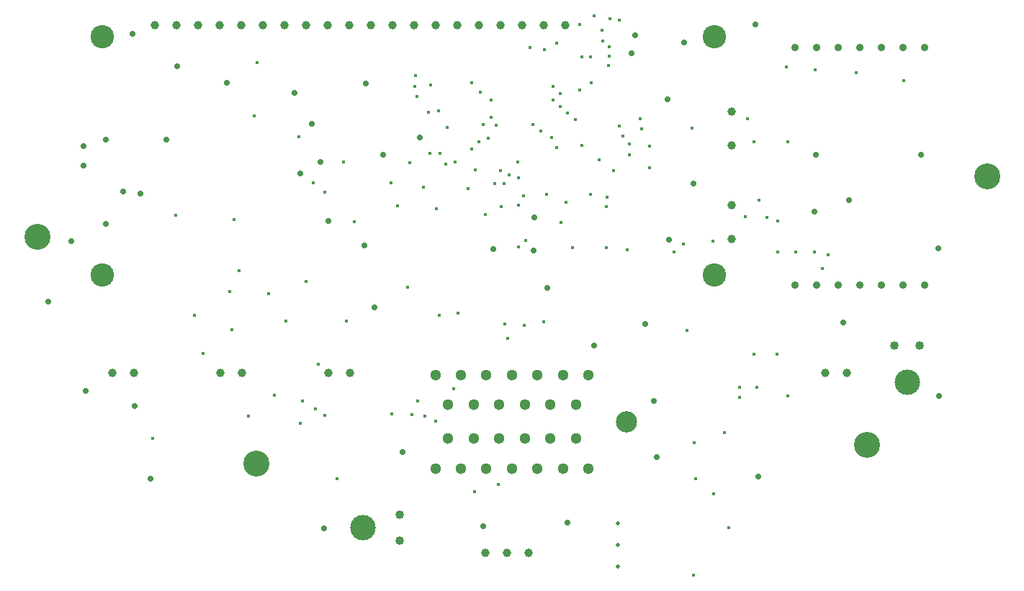
<source format=gbr>
%TF.GenerationSoftware,Altium Limited,Altium Designer,18.1.9 (240)*%
G04 Layer_Color=0*
%FSLAX26Y26*%
%MOIN*%
%TF.FileFunction,Plated,1,2,PTH,Drill*%
%TF.Part,Single*%
G01*
G75*
%TA.AperFunction,ComponentDrill*%
%ADD98C,0.039370*%
%ADD99C,0.051181*%
%ADD100C,0.098425*%
%ADD101C,0.108268*%
%ADD102C,0.038583*%
%TA.AperFunction,OtherDrill,Pad Free-MH (4543.307mil,1507.874mil)*%
%ADD103C,0.120000*%
%TA.AperFunction,ComponentDrill*%
%ADD104C,0.040157*%
%ADD105C,0.118110*%
%ADD106C,0.040157*%
%ADD107C,0.118110*%
%ADD108C,0.035433*%
%TA.AperFunction,OtherDrill,Pad Free-MH (1161.614mil,178.15mil)*%
%ADD109C,0.120000*%
%TA.AperFunction,OtherDrill,Pad Free-MH (147.441mil,1228.74mil)*%
%ADD110C,0.120000*%
%TA.AperFunction,OtherDrill,Pad Free-MH (3987.008mil,266.142mil)*%
%ADD111C,0.120000*%
%TA.AperFunction,ComponentDrill*%
%ADD112C,0.020079*%
%TA.AperFunction,ViaDrill,NotFilled*%
%ADD113C,0.028000*%
%ADD114C,0.015000*%
D98*
X692284Y2209646D02*
D03*
X792284D02*
D03*
X892284D02*
D03*
X992284D02*
D03*
X1092284D02*
D03*
X1192284D02*
D03*
X1292284D02*
D03*
X1392284D02*
D03*
X1492284D02*
D03*
X1592284D02*
D03*
X1692284D02*
D03*
X1792284D02*
D03*
X1892284D02*
D03*
X1992284D02*
D03*
X2092284D02*
D03*
X2192284D02*
D03*
X2292284D02*
D03*
X2392284D02*
D03*
X2492284D02*
D03*
X2592284D02*
D03*
X3361575Y1808071D02*
D03*
Y1217520D02*
D03*
Y1375000D02*
D03*
Y1650591D02*
D03*
X2222835Y-236220D02*
D03*
X2322835D02*
D03*
X2422835D02*
D03*
D99*
X1989921Y156890D02*
D03*
X2108032D02*
D03*
X2226142D02*
D03*
X2344252D02*
D03*
X2462362D02*
D03*
X2580472D02*
D03*
X2698583D02*
D03*
X2048976Y294685D02*
D03*
X2167087D02*
D03*
X2285197D02*
D03*
X2403307D02*
D03*
X2521417D02*
D03*
X2639528D02*
D03*
X2048976Y452165D02*
D03*
X2167087D02*
D03*
X2285197D02*
D03*
X2403307D02*
D03*
X2521417D02*
D03*
X2639528D02*
D03*
X1989921Y589961D02*
D03*
X2108032D02*
D03*
X2226142D02*
D03*
X2344252D02*
D03*
X2462362D02*
D03*
X2580472D02*
D03*
X2698583D02*
D03*
D100*
X2875748Y373425D02*
D03*
D101*
X448189Y2154528D02*
D03*
X3282835D02*
D03*
Y1052165D02*
D03*
X448189D02*
D03*
D102*
X3795984Y597362D02*
D03*
X3895984D02*
D03*
X1595984D02*
D03*
X1495984D02*
D03*
X1095984D02*
D03*
X995984D02*
D03*
X595984D02*
D03*
X495984D02*
D03*
D103*
X4543307Y1507874D02*
D03*
D104*
X4232283Y725197D02*
D03*
X4114173D02*
D03*
D105*
X4173228Y555118D02*
D03*
D106*
X1823622Y-177165D02*
D03*
Y-59055D02*
D03*
D107*
X1653543Y-118110D02*
D03*
D108*
X3654449Y1005512D02*
D03*
X3754449D02*
D03*
X3854449D02*
D03*
X3954449D02*
D03*
X4054449D02*
D03*
X4154449D02*
D03*
X4254449D02*
D03*
Y2103937D02*
D03*
X4154449D02*
D03*
X4054449D02*
D03*
X3954449D02*
D03*
X3854449D02*
D03*
X3754449D02*
D03*
X3654449D02*
D03*
D109*
X1161614Y178150D02*
D03*
D110*
X147441Y1228740D02*
D03*
D111*
X3987008Y266142D02*
D03*
D112*
X2834646Y-196850D02*
D03*
Y-96850D02*
D03*
Y-296850D02*
D03*
D113*
X360748Y1557126D02*
D03*
X545276Y1439961D02*
D03*
X360748Y1649094D02*
D03*
X464567Y1287520D02*
D03*
Y1677402D02*
D03*
X1917323Y1687913D02*
D03*
X1661417Y1187109D02*
D03*
X1708661Y901575D02*
D03*
X2724409Y726517D02*
D03*
X2962199Y824961D02*
D03*
X2259370Y1172480D02*
D03*
X2507711Y992126D02*
D03*
X1494402Y1300706D02*
D03*
X1748032Y1607447D02*
D03*
X1669291Y1939449D02*
D03*
X795276Y2017409D02*
D03*
X586409Y2169291D02*
D03*
X744095Y1677165D02*
D03*
X625984Y1430276D02*
D03*
X303150Y1208661D02*
D03*
X196850Y929134D02*
D03*
X598425Y444882D02*
D03*
X370079Y515748D02*
D03*
X671009Y110236D02*
D03*
X1836510Y231449D02*
D03*
X1473267Y-122047D02*
D03*
X2599952Y-94266D02*
D03*
X2210103Y-110608D02*
D03*
X3000000Y468504D02*
D03*
X3015748Y208661D02*
D03*
X3483554Y118110D02*
D03*
X4322835Y491011D02*
D03*
X3876249Y830709D02*
D03*
X4318898Y1176489D02*
D03*
X4236221Y1610236D02*
D03*
X3744095Y1346529D02*
D03*
X3751811Y1610236D02*
D03*
X3184886Y1475493D02*
D03*
X3062992Y1866142D02*
D03*
X3471850Y2210669D02*
D03*
X3142795Y2128494D02*
D03*
X2912992Y2160709D02*
D03*
X3904508Y1398642D02*
D03*
X3070866Y1216535D02*
D03*
X2897638Y2078937D02*
D03*
X2448819Y1318280D02*
D03*
X2444882Y1165354D02*
D03*
X1417323Y1751968D02*
D03*
X1023622Y1941929D02*
D03*
X1338583Y1894685D02*
D03*
X1365158Y1522638D02*
D03*
X1456693Y1574803D02*
D03*
D114*
X3488621Y1398642D02*
D03*
X1476249Y1437008D02*
D03*
X2370074Y1574800D02*
D03*
X1880229Y406481D02*
D03*
X1244094Y496063D02*
D03*
X913386Y688976D02*
D03*
X3137795Y1195507D02*
D03*
X3275591Y1207399D02*
D03*
X2012796Y1615618D02*
D03*
X1814961Y1372695D02*
D03*
X1993519Y1358268D02*
D03*
X2139577Y1451526D02*
D03*
X1357072Y1692913D02*
D03*
X1149606Y1787402D02*
D03*
X1057721Y1308164D02*
D03*
X2551022Y2125984D02*
D03*
X2669286Y2062988D02*
D03*
X2429134Y2106299D02*
D03*
X2571089Y1293802D02*
D03*
X2781152Y1177483D02*
D03*
X2626142Y1178010D02*
D03*
X3476378Y531496D02*
D03*
X3620079Y492126D02*
D03*
X3346457Y-118110D02*
D03*
X3327802Y322835D02*
D03*
X3188976Y275591D02*
D03*
X3192913Y110236D02*
D03*
X3276386Y39559D02*
D03*
X3185039Y-338583D02*
D03*
X1578740Y837142D02*
D03*
X1299213D02*
D03*
X1448228Y637795D02*
D03*
X1389764Y1023622D02*
D03*
X787402Y1328740D02*
D03*
X1425197Y1480315D02*
D03*
X1082677Y1070866D02*
D03*
X2074213Y524212D02*
D03*
X2094042Y874016D02*
D03*
X1787402Y409449D02*
D03*
X1614173Y1299213D02*
D03*
X1216535Y964567D02*
D03*
X1047244Y799213D02*
D03*
X1037402Y974409D02*
D03*
X874016Y866142D02*
D03*
X1125984Y397638D02*
D03*
X3397638Y484252D02*
D03*
X1535433Y110236D02*
D03*
X3397638Y531496D02*
D03*
X3572047Y685039D02*
D03*
X3464567D02*
D03*
X2007874Y866142D02*
D03*
X1909449Y468504D02*
D03*
X1365551Y365551D02*
D03*
X1433071Y433071D02*
D03*
X1476378Y401575D02*
D03*
X1374016Y468504D02*
D03*
X2323036Y759842D02*
D03*
X2311023Y826772D02*
D03*
X2279528Y82677D02*
D03*
X2170514Y47244D02*
D03*
X1862205Y996063D02*
D03*
X1933071Y1459884D02*
D03*
X3656496Y1159449D02*
D03*
X3745079Y1158465D02*
D03*
X3177165Y1732284D02*
D03*
X3622047Y1669291D02*
D03*
X3433071Y1775591D02*
D03*
X3464567Y1669291D02*
D03*
X681102Y295276D02*
D03*
X1562992Y1574803D02*
D03*
X1956693Y1806102D02*
D03*
X2039366Y1566926D02*
D03*
X3525590Y1319354D02*
D03*
X3425197Y1321071D02*
D03*
X2400310Y818898D02*
D03*
X2492126Y836402D02*
D03*
X2814961Y1535433D02*
D03*
X2938650Y1775591D02*
D03*
X2888575Y1657480D02*
D03*
X2944882Y1728347D02*
D03*
X2980315Y1648459D02*
D03*
X2857638Y1696850D02*
D03*
X2839638Y1742126D02*
D03*
X2888575Y1607447D02*
D03*
X2980315Y1549213D02*
D03*
X3614173Y2015748D02*
D03*
X3748032Y2000756D02*
D03*
X3937008Y1988189D02*
D03*
X4157480Y1952756D02*
D03*
X2709286Y2061063D02*
D03*
X2763774Y2133854D02*
D03*
X2759843Y2185039D02*
D03*
X2799023Y2240157D02*
D03*
X2724409Y2251968D02*
D03*
X2795270Y2066925D02*
D03*
X2796069Y2109443D02*
D03*
X2712598Y1940945D02*
D03*
X2657480Y1909449D02*
D03*
X2602362Y1803150D02*
D03*
X2791339Y2023622D02*
D03*
X2494807Y2094488D02*
D03*
X2708661Y1425197D02*
D03*
X2659351Y2212598D02*
D03*
X2551932Y1641732D02*
D03*
X1783465Y1480315D02*
D03*
X2082677Y1574803D02*
D03*
X1869878Y1570866D02*
D03*
X2043307Y1736220D02*
D03*
X2157480Y1633858D02*
D03*
X2235338Y1685039D02*
D03*
X2212598Y1748032D02*
D03*
X2191339Y1669291D02*
D03*
X2173228Y1539370D02*
D03*
X3153543Y795276D02*
D03*
X3094488Y1157480D02*
D03*
X2877953Y1169291D02*
D03*
X2779528Y1370079D02*
D03*
X2783465Y1413386D02*
D03*
X2442274Y1748936D02*
D03*
X2477003Y1717913D02*
D03*
X2527559Y1687488D02*
D03*
X2271937Y1744488D02*
D03*
X2249220Y1780716D02*
D03*
X3574803Y1157480D02*
D03*
Y1302354D02*
D03*
X2503932Y1425194D02*
D03*
X2594488Y1389764D02*
D03*
X3807087Y1145669D02*
D03*
X3779528Y1082677D02*
D03*
X2374011Y1181107D02*
D03*
Y1374013D02*
D03*
X2397633Y1417320D02*
D03*
X2375399Y1500993D02*
D03*
X2409449Y1212598D02*
D03*
X2291334Y1535430D02*
D03*
X2307082Y1476375D02*
D03*
X2263780Y1476378D02*
D03*
X2331819Y1514640D02*
D03*
X1940945Y397638D02*
D03*
X2220468Y1330706D02*
D03*
X2295276Y1370079D02*
D03*
X1989921Y374016D02*
D03*
X2248032Y1862205D02*
D03*
X2669291Y1650591D02*
D03*
X2637795Y1771653D02*
D03*
X2566929Y1830709D02*
D03*
X2535433Y1862205D02*
D03*
Y1925197D02*
D03*
X1964567Y1614173D02*
D03*
X2748032Y1586614D02*
D03*
X2196850Y1899606D02*
D03*
X1968504Y1933071D02*
D03*
X1898701Y1974197D02*
D03*
X2157480Y1940945D02*
D03*
X2003937Y1811024D02*
D03*
X1905512Y1877953D02*
D03*
X1896162Y1925197D02*
D03*
X1165354Y2035433D02*
D03*
X2842520Y2232284D02*
D03*
X2569370Y1893701D02*
D03*
%TF.MD5,c7ede57a21d2dfefffef704a24fea525*%
M02*

</source>
